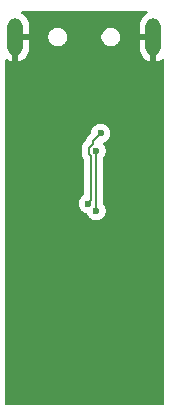
<source format=gbr>
%TF.GenerationSoftware,KiCad,Pcbnew,9.0.5*%
%TF.CreationDate,2025-11-01T21:25:21+11:00*%
%TF.ProjectId,YetAnotherAuthKey,59657441-6e6f-4746-9865-72417574684b,rev?*%
%TF.SameCoordinates,Original*%
%TF.FileFunction,Copper,L2,Bot*%
%TF.FilePolarity,Positive*%
%FSLAX46Y46*%
G04 Gerber Fmt 4.6, Leading zero omitted, Abs format (unit mm)*
G04 Created by KiCad (PCBNEW 9.0.5) date 2025-11-01 21:25:21*
%MOMM*%
%LPD*%
G01*
G04 APERTURE LIST*
%TA.AperFunction,HeatsinkPad*%
%ADD10O,1.300000X3.200000*%
%TD*%
%TA.AperFunction,ComponentPad*%
%ADD11C,0.600000*%
%TD*%
%TA.AperFunction,ViaPad*%
%ADD12C,0.600000*%
%TD*%
%TA.AperFunction,Conductor*%
%ADD13C,0.200000*%
%TD*%
G04 APERTURE END LIST*
D10*
%TO.P,J1,5,Shield*%
%TO.N,GND*%
X184650000Y-52075000D03*
X196350000Y-52075000D03*
%TD*%
D11*
%TO.P,U1,61,GND*%
%TO.N,GND*%
X189250000Y-73900000D03*
X189250000Y-75275000D03*
X189250000Y-76650000D03*
X190625000Y-73900000D03*
X190625000Y-75275000D03*
X190625000Y-76650000D03*
X192000000Y-73900000D03*
X192000000Y-75275000D03*
X192000000Y-76650000D03*
%TD*%
D12*
%TO.N,/USB_D-*%
X191500000Y-66800000D03*
%TO.N,/USB_D+*%
X190812500Y-66187500D03*
%TO.N,GND*%
X193550000Y-63475000D03*
X186950000Y-62500000D03*
X195080000Y-80450000D03*
X185375000Y-78675000D03*
X193025000Y-70850000D03*
%TO.N,/USB_D+*%
X191875000Y-60225000D03*
%TO.N,/USB_D-*%
X191500000Y-61700000D03*
%TD*%
D13*
%TO.N,/USB_D+*%
X190812500Y-66187500D02*
X191099000Y-65901000D01*
X191099000Y-65901000D02*
X191099000Y-62148943D01*
X191099000Y-62148943D02*
X190899000Y-61948943D01*
X190899000Y-61948943D02*
X190899000Y-61451057D01*
X190899000Y-61451057D02*
X191250000Y-61100057D01*
X191250000Y-60850000D02*
X191875000Y-60225000D01*
X191250000Y-61100057D02*
X191250000Y-60850000D01*
%TO.N,/USB_D-*%
X191500000Y-66800000D02*
X191500000Y-61700000D01*
%TD*%
%TA.AperFunction,Conductor*%
%TO.N,GND*%
G36*
X195819731Y-49895185D02*
G01*
X195865486Y-49947989D01*
X195875430Y-50017147D01*
X195846405Y-50080703D01*
X195808987Y-50109985D01*
X195747265Y-50141434D01*
X195600830Y-50247823D01*
X195472823Y-50375830D01*
X195366434Y-50522265D01*
X195284252Y-50683552D01*
X195284251Y-50683555D01*
X195228317Y-50855706D01*
X195200000Y-51034493D01*
X195200000Y-51825000D01*
X196000000Y-51825000D01*
X196000000Y-52325000D01*
X195200000Y-52325000D01*
X195200000Y-53115506D01*
X195228317Y-53294293D01*
X195284251Y-53466444D01*
X195284252Y-53466447D01*
X195366434Y-53627734D01*
X195472823Y-53774169D01*
X195600830Y-53902176D01*
X195747265Y-54008565D01*
X195908552Y-54090747D01*
X195908555Y-54090748D01*
X196080699Y-54146680D01*
X196080712Y-54146683D01*
X196100000Y-54149738D01*
X196100000Y-53219975D01*
X196135095Y-53255070D01*
X196214905Y-53301148D01*
X196303922Y-53325000D01*
X196396078Y-53325000D01*
X196485095Y-53301148D01*
X196564905Y-53255070D01*
X196600000Y-53219975D01*
X196600000Y-54149737D01*
X196619287Y-54146683D01*
X196619300Y-54146680D01*
X196791444Y-54090748D01*
X196791447Y-54090747D01*
X196952734Y-54008565D01*
X197052615Y-53935999D01*
X197118421Y-53912519D01*
X197186475Y-53928345D01*
X197235170Y-53978450D01*
X197249500Y-54036317D01*
X197249500Y-83100500D01*
X197229815Y-83167539D01*
X197177011Y-83213294D01*
X197125500Y-83224500D01*
X183924500Y-83224500D01*
X183857461Y-83204815D01*
X183811706Y-83152011D01*
X183800500Y-83100500D01*
X183800500Y-66108653D01*
X190012000Y-66108653D01*
X190012000Y-66266346D01*
X190042761Y-66420989D01*
X190042764Y-66421001D01*
X190103102Y-66566672D01*
X190103109Y-66566685D01*
X190190710Y-66697788D01*
X190190713Y-66697792D01*
X190302207Y-66809286D01*
X190302211Y-66809289D01*
X190433314Y-66896890D01*
X190433327Y-66896897D01*
X190501461Y-66925118D01*
X190579003Y-66957237D01*
X190644415Y-66970248D01*
X190706325Y-67002632D01*
X190734784Y-67044413D01*
X190790602Y-67179172D01*
X190790609Y-67179185D01*
X190878210Y-67310288D01*
X190878213Y-67310292D01*
X190989707Y-67421786D01*
X190989711Y-67421789D01*
X191120814Y-67509390D01*
X191120827Y-67509397D01*
X191266498Y-67569735D01*
X191266503Y-67569737D01*
X191421153Y-67600499D01*
X191421156Y-67600500D01*
X191421158Y-67600500D01*
X191578844Y-67600500D01*
X191578845Y-67600499D01*
X191733497Y-67569737D01*
X191879179Y-67509394D01*
X192010289Y-67421789D01*
X192121789Y-67310289D01*
X192209394Y-67179179D01*
X192269737Y-67033497D01*
X192300500Y-66878842D01*
X192300500Y-66721158D01*
X192300500Y-66721155D01*
X192300499Y-66721153D01*
X192269772Y-66566679D01*
X192269737Y-66566503D01*
X192209464Y-66420989D01*
X192209397Y-66420827D01*
X192209390Y-66420814D01*
X192121398Y-66289125D01*
X192100520Y-66222447D01*
X192100500Y-66220234D01*
X192100500Y-62279765D01*
X192120185Y-62212726D01*
X192121398Y-62210874D01*
X192125139Y-62205276D01*
X192209394Y-62079179D01*
X192269737Y-61933497D01*
X192300500Y-61778842D01*
X192300500Y-61621158D01*
X192300500Y-61621155D01*
X192300499Y-61621153D01*
X192269737Y-61466503D01*
X192230593Y-61372000D01*
X192209397Y-61320827D01*
X192209390Y-61320814D01*
X192121789Y-61189711D01*
X192121786Y-61189707D01*
X192111253Y-61179174D01*
X192077768Y-61117851D01*
X192082752Y-61048159D01*
X192124624Y-60992226D01*
X192151482Y-60976932D01*
X192254173Y-60934397D01*
X192254176Y-60934395D01*
X192254179Y-60934394D01*
X192385289Y-60846789D01*
X192496789Y-60735289D01*
X192584394Y-60604179D01*
X192644737Y-60458497D01*
X192675500Y-60303842D01*
X192675500Y-60146158D01*
X192675500Y-60146155D01*
X192675499Y-60146153D01*
X192644738Y-59991510D01*
X192644738Y-59991508D01*
X192644737Y-59991503D01*
X192644735Y-59991498D01*
X192584397Y-59845827D01*
X192584390Y-59845814D01*
X192496789Y-59714711D01*
X192496786Y-59714707D01*
X192385292Y-59603213D01*
X192385288Y-59603210D01*
X192254185Y-59515609D01*
X192254172Y-59515602D01*
X192108501Y-59455264D01*
X192108489Y-59455261D01*
X191953845Y-59424500D01*
X191953842Y-59424500D01*
X191796158Y-59424500D01*
X191796155Y-59424500D01*
X191641510Y-59455261D01*
X191641498Y-59455264D01*
X191495827Y-59515602D01*
X191495814Y-59515609D01*
X191364711Y-59603210D01*
X191364707Y-59603213D01*
X191253213Y-59714707D01*
X191253210Y-59714711D01*
X191165609Y-59845814D01*
X191165602Y-59845827D01*
X191105264Y-59991498D01*
X191105261Y-59991508D01*
X191074361Y-60146849D01*
X191065595Y-60163605D01*
X191061576Y-60182084D01*
X191042831Y-60207124D01*
X191041976Y-60208760D01*
X191040426Y-60210338D01*
X190968550Y-60282213D01*
X190881286Y-60369478D01*
X190881285Y-60369478D01*
X190881284Y-60369479D01*
X190769481Y-60481282D01*
X190769479Y-60481285D01*
X190719361Y-60568094D01*
X190719359Y-60568096D01*
X190690425Y-60618209D01*
X190690424Y-60618210D01*
X190690423Y-60618215D01*
X190649499Y-60770943D01*
X190649499Y-60770945D01*
X190649499Y-60799960D01*
X190629814Y-60866999D01*
X190613180Y-60887641D01*
X190418481Y-61082339D01*
X190418479Y-61082341D01*
X190401763Y-61111295D01*
X190394697Y-61123535D01*
X190339423Y-61219272D01*
X190298499Y-61372000D01*
X190298499Y-61372002D01*
X190298499Y-61540103D01*
X190298500Y-61540116D01*
X190298500Y-61862273D01*
X190298499Y-61862291D01*
X190298499Y-62027997D01*
X190298498Y-62027997D01*
X190339423Y-62180728D01*
X190350768Y-62200379D01*
X190350771Y-62200384D01*
X190353596Y-62205276D01*
X190418480Y-62317659D01*
X190469690Y-62368869D01*
X190475808Y-62377537D01*
X190483806Y-62400963D01*
X190495666Y-62422683D01*
X190497709Y-62441685D01*
X190498383Y-62443659D01*
X190498061Y-62444961D01*
X190498500Y-62449041D01*
X190498500Y-65368943D01*
X190478815Y-65435982D01*
X190437795Y-65473837D01*
X190438386Y-65474721D01*
X190302211Y-65565710D01*
X190302207Y-65565713D01*
X190190713Y-65677207D01*
X190190710Y-65677211D01*
X190103109Y-65808314D01*
X190103102Y-65808327D01*
X190042764Y-65953998D01*
X190042761Y-65954010D01*
X190012000Y-66108653D01*
X183800500Y-66108653D01*
X183800500Y-54072644D01*
X183820185Y-54005605D01*
X183872989Y-53959850D01*
X183942147Y-53949906D01*
X183997385Y-53972326D01*
X184047265Y-54008565D01*
X184208552Y-54090747D01*
X184208555Y-54090748D01*
X184380699Y-54146680D01*
X184380712Y-54146683D01*
X184400000Y-54149738D01*
X184400000Y-53219975D01*
X184435095Y-53255070D01*
X184514905Y-53301148D01*
X184603922Y-53325000D01*
X184696078Y-53325000D01*
X184785095Y-53301148D01*
X184864905Y-53255070D01*
X184900000Y-53219975D01*
X184900000Y-54149737D01*
X184919287Y-54146683D01*
X184919300Y-54146680D01*
X185091444Y-54090748D01*
X185091447Y-54090747D01*
X185252734Y-54008565D01*
X185399169Y-53902176D01*
X185527176Y-53774169D01*
X185633565Y-53627734D01*
X185715747Y-53466447D01*
X185715748Y-53466444D01*
X185771682Y-53294293D01*
X185800000Y-53115506D01*
X185800000Y-52325000D01*
X185000000Y-52325000D01*
X185000000Y-51996153D01*
X187449500Y-51996153D01*
X187449500Y-52153846D01*
X187480261Y-52308489D01*
X187480264Y-52308501D01*
X187540602Y-52454172D01*
X187540609Y-52454185D01*
X187628210Y-52585288D01*
X187628213Y-52585292D01*
X187739707Y-52696786D01*
X187739711Y-52696789D01*
X187870814Y-52784390D01*
X187870827Y-52784397D01*
X188016498Y-52844735D01*
X188016503Y-52844737D01*
X188171153Y-52875499D01*
X188171156Y-52875500D01*
X188171158Y-52875500D01*
X188328844Y-52875500D01*
X188328845Y-52875499D01*
X188483497Y-52844737D01*
X188629179Y-52784394D01*
X188760289Y-52696789D01*
X188871789Y-52585289D01*
X188959394Y-52454179D01*
X189019737Y-52308497D01*
X189050500Y-52153842D01*
X189050500Y-51996158D01*
X189050500Y-51996155D01*
X189050499Y-51996153D01*
X191949500Y-51996153D01*
X191949500Y-52153846D01*
X191980261Y-52308489D01*
X191980264Y-52308501D01*
X192040602Y-52454172D01*
X192040609Y-52454185D01*
X192128210Y-52585288D01*
X192128213Y-52585292D01*
X192239707Y-52696786D01*
X192239711Y-52696789D01*
X192370814Y-52784390D01*
X192370827Y-52784397D01*
X192516498Y-52844735D01*
X192516503Y-52844737D01*
X192671153Y-52875499D01*
X192671156Y-52875500D01*
X192671158Y-52875500D01*
X192828844Y-52875500D01*
X192828845Y-52875499D01*
X192983497Y-52844737D01*
X193129179Y-52784394D01*
X193260289Y-52696789D01*
X193371789Y-52585289D01*
X193459394Y-52454179D01*
X193519737Y-52308497D01*
X193533739Y-52238102D01*
X193550500Y-52153844D01*
X193550500Y-51996155D01*
X193550499Y-51996153D01*
X193530873Y-51897489D01*
X193519737Y-51841503D01*
X193512901Y-51825000D01*
X193459397Y-51695827D01*
X193459390Y-51695814D01*
X193371789Y-51564711D01*
X193371786Y-51564707D01*
X193260292Y-51453213D01*
X193260288Y-51453210D01*
X193129185Y-51365609D01*
X193129172Y-51365602D01*
X192983501Y-51305264D01*
X192983489Y-51305261D01*
X192828845Y-51274500D01*
X192828842Y-51274500D01*
X192671158Y-51274500D01*
X192671155Y-51274500D01*
X192516510Y-51305261D01*
X192516498Y-51305264D01*
X192370827Y-51365602D01*
X192370814Y-51365609D01*
X192239711Y-51453210D01*
X192239707Y-51453213D01*
X192128213Y-51564707D01*
X192128210Y-51564711D01*
X192040609Y-51695814D01*
X192040602Y-51695827D01*
X191980264Y-51841498D01*
X191980261Y-51841510D01*
X191949500Y-51996153D01*
X189050499Y-51996153D01*
X189030873Y-51897489D01*
X189019737Y-51841503D01*
X189012901Y-51825000D01*
X188959397Y-51695827D01*
X188959390Y-51695814D01*
X188871789Y-51564711D01*
X188871786Y-51564707D01*
X188760292Y-51453213D01*
X188760288Y-51453210D01*
X188629185Y-51365609D01*
X188629172Y-51365602D01*
X188483501Y-51305264D01*
X188483489Y-51305261D01*
X188328845Y-51274500D01*
X188328842Y-51274500D01*
X188171158Y-51274500D01*
X188171155Y-51274500D01*
X188016510Y-51305261D01*
X188016498Y-51305264D01*
X187870827Y-51365602D01*
X187870814Y-51365609D01*
X187739711Y-51453210D01*
X187739707Y-51453213D01*
X187628213Y-51564707D01*
X187628210Y-51564711D01*
X187540609Y-51695814D01*
X187540602Y-51695827D01*
X187480264Y-51841498D01*
X187480261Y-51841510D01*
X187449500Y-51996153D01*
X185000000Y-51996153D01*
X185000000Y-51825000D01*
X185800000Y-51825000D01*
X185800000Y-51034493D01*
X185771682Y-50855706D01*
X185715748Y-50683555D01*
X185715747Y-50683552D01*
X185633565Y-50522265D01*
X185527176Y-50375830D01*
X185399169Y-50247823D01*
X185252734Y-50141434D01*
X185191013Y-50109985D01*
X185140217Y-50062010D01*
X185123422Y-49994189D01*
X185145960Y-49928054D01*
X185200675Y-49884603D01*
X185247308Y-49875500D01*
X195752692Y-49875500D01*
X195819731Y-49895185D01*
G37*
%TD.AperFunction*%
%TD*%
M02*

</source>
